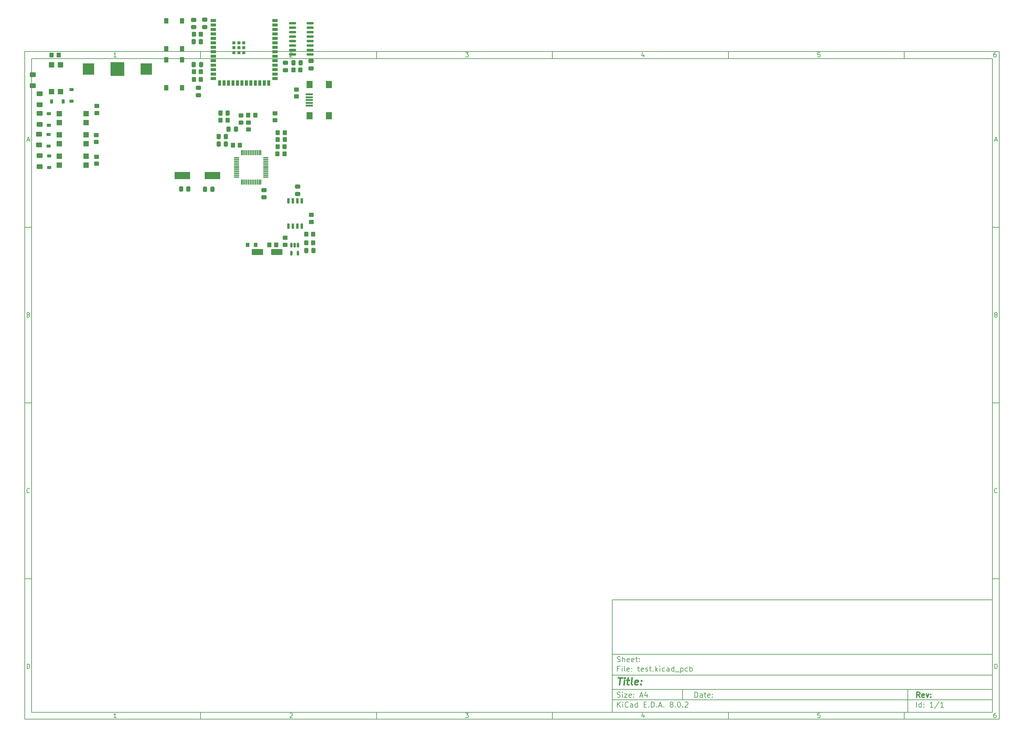
<source format=gbr>
%TF.GenerationSoftware,KiCad,Pcbnew,8.0.2-8.0.2-0~ubuntu22.04.1*%
%TF.CreationDate,2024-05-25T11:23:40+03:30*%
%TF.ProjectId,test,74657374-2e6b-4696-9361-645f70636258,rev?*%
%TF.SameCoordinates,Original*%
%TF.FileFunction,Paste,Top*%
%TF.FilePolarity,Positive*%
%FSLAX46Y46*%
G04 Gerber Fmt 4.6, Leading zero omitted, Abs format (unit mm)*
G04 Created by KiCad (PCBNEW 8.0.2-8.0.2-0~ubuntu22.04.1) date 2024-05-25 11:23:40*
%MOMM*%
%LPD*%
G01*
G04 APERTURE LIST*
G04 Aperture macros list*
%AMRoundRect*
0 Rectangle with rounded corners*
0 $1 Rounding radius*
0 $2 $3 $4 $5 $6 $7 $8 $9 X,Y pos of 4 corners*
0 Add a 4 corners polygon primitive as box body*
4,1,4,$2,$3,$4,$5,$6,$7,$8,$9,$2,$3,0*
0 Add four circle primitives for the rounded corners*
1,1,$1+$1,$2,$3*
1,1,$1+$1,$4,$5*
1,1,$1+$1,$6,$7*
1,1,$1+$1,$8,$9*
0 Add four rect primitives between the rounded corners*
20,1,$1+$1,$2,$3,$4,$5,0*
20,1,$1+$1,$4,$5,$6,$7,0*
20,1,$1+$1,$6,$7,$8,$9,0*
20,1,$1+$1,$8,$9,$2,$3,0*%
G04 Aperture macros list end*
%ADD10C,0.100000*%
%ADD11C,0.150000*%
%ADD12C,0.300000*%
%ADD13C,0.400000*%
%ADD14R,0.900000X0.900000*%
%ADD15R,1.500000X0.900000*%
%ADD16R,0.900000X1.500000*%
%ADD17RoundRect,0.150000X0.150000X-0.650000X0.150000X0.650000X-0.150000X0.650000X-0.150000X-0.650000X0*%
%ADD18RoundRect,0.250000X0.337500X0.475000X-0.337500X0.475000X-0.337500X-0.475000X0.337500X-0.475000X0*%
%ADD19RoundRect,0.250000X0.350000X0.450000X-0.350000X0.450000X-0.350000X-0.450000X0.350000X-0.450000X0*%
%ADD20RoundRect,0.250000X-0.275000X-0.350000X0.275000X-0.350000X0.275000X0.350000X-0.275000X0.350000X0*%
%ADD21RoundRect,0.250000X0.450000X-0.350000X0.450000X0.350000X-0.450000X0.350000X-0.450000X-0.350000X0*%
%ADD22R,3.200000X3.200000*%
%ADD23R,3.900000X3.900000*%
%ADD24R,1.300000X1.550000*%
%ADD25RoundRect,0.250000X-0.450000X0.350000X-0.450000X-0.350000X0.450000X-0.350000X0.450000X0.350000X0*%
%ADD26RoundRect,0.250000X-0.475000X0.337500X-0.475000X-0.337500X0.475000X-0.337500X0.475000X0.337500X0*%
%ADD27RoundRect,0.250000X-0.350000X-0.450000X0.350000X-0.450000X0.350000X0.450000X-0.350000X0.450000X0*%
%ADD28R,4.500000X2.000000*%
%ADD29R,1.600000X1.600000*%
%ADD30RoundRect,0.250000X0.475000X-0.337500X0.475000X0.337500X-0.475000X0.337500X-0.475000X-0.337500X0*%
%ADD31RoundRect,0.225000X-0.375000X0.225000X-0.375000X-0.225000X0.375000X-0.225000X0.375000X0.225000X0*%
%ADD32R,2.000000X0.500000*%
%ADD33R,1.700000X2.000000*%
%ADD34RoundRect,0.150000X0.825000X0.150000X-0.825000X0.150000X-0.825000X-0.150000X0.825000X-0.150000X0*%
%ADD35RoundRect,0.250000X0.625000X-0.400000X0.625000X0.400000X-0.625000X0.400000X-0.625000X-0.400000X0*%
%ADD36RoundRect,0.250000X1.400000X0.600000X-1.400000X0.600000X-1.400000X-0.600000X1.400000X-0.600000X0*%
%ADD37RoundRect,0.225000X-0.225000X-0.375000X0.225000X-0.375000X0.225000X0.375000X-0.225000X0.375000X0*%
%ADD38RoundRect,0.250000X-0.337500X-0.475000X0.337500X-0.475000X0.337500X0.475000X-0.337500X0.475000X0*%
%ADD39RoundRect,0.250000X-0.450000X0.325000X-0.450000X-0.325000X0.450000X-0.325000X0.450000X0.325000X0*%
%ADD40RoundRect,0.250000X-0.625000X0.400000X-0.625000X-0.400000X0.625000X-0.400000X0.625000X0.400000X0*%
%ADD41RoundRect,0.075000X-0.662500X-0.075000X0.662500X-0.075000X0.662500X0.075000X-0.662500X0.075000X0*%
%ADD42RoundRect,0.075000X-0.075000X-0.662500X0.075000X-0.662500X0.075000X0.662500X-0.075000X0.662500X0*%
%ADD43RoundRect,0.150000X-0.150000X0.512500X-0.150000X-0.512500X0.150000X-0.512500X0.150000X0.512500X0*%
G04 APERTURE END LIST*
D10*
D11*
X177002200Y-166007200D02*
X285002200Y-166007200D01*
X285002200Y-198007200D01*
X177002200Y-198007200D01*
X177002200Y-166007200D01*
D10*
D11*
X10000000Y-10000000D02*
X287002200Y-10000000D01*
X287002200Y-200007200D01*
X10000000Y-200007200D01*
X10000000Y-10000000D01*
D10*
D11*
X12000000Y-12000000D02*
X285002200Y-12000000D01*
X285002200Y-198007200D01*
X12000000Y-198007200D01*
X12000000Y-12000000D01*
D10*
D11*
X60000000Y-12000000D02*
X60000000Y-10000000D01*
D10*
D11*
X110000000Y-12000000D02*
X110000000Y-10000000D01*
D10*
D11*
X160000000Y-12000000D02*
X160000000Y-10000000D01*
D10*
D11*
X210000000Y-12000000D02*
X210000000Y-10000000D01*
D10*
D11*
X260000000Y-12000000D02*
X260000000Y-10000000D01*
D10*
D11*
X36089160Y-11593604D02*
X35346303Y-11593604D01*
X35717731Y-11593604D02*
X35717731Y-10293604D01*
X35717731Y-10293604D02*
X35593922Y-10479319D01*
X35593922Y-10479319D02*
X35470112Y-10603128D01*
X35470112Y-10603128D02*
X35346303Y-10665033D01*
D10*
D11*
X85346303Y-10417414D02*
X85408207Y-10355509D01*
X85408207Y-10355509D02*
X85532017Y-10293604D01*
X85532017Y-10293604D02*
X85841541Y-10293604D01*
X85841541Y-10293604D02*
X85965350Y-10355509D01*
X85965350Y-10355509D02*
X86027255Y-10417414D01*
X86027255Y-10417414D02*
X86089160Y-10541223D01*
X86089160Y-10541223D02*
X86089160Y-10665033D01*
X86089160Y-10665033D02*
X86027255Y-10850747D01*
X86027255Y-10850747D02*
X85284398Y-11593604D01*
X85284398Y-11593604D02*
X86089160Y-11593604D01*
D10*
D11*
X135284398Y-10293604D02*
X136089160Y-10293604D01*
X136089160Y-10293604D02*
X135655826Y-10788842D01*
X135655826Y-10788842D02*
X135841541Y-10788842D01*
X135841541Y-10788842D02*
X135965350Y-10850747D01*
X135965350Y-10850747D02*
X136027255Y-10912652D01*
X136027255Y-10912652D02*
X136089160Y-11036461D01*
X136089160Y-11036461D02*
X136089160Y-11345985D01*
X136089160Y-11345985D02*
X136027255Y-11469795D01*
X136027255Y-11469795D02*
X135965350Y-11531700D01*
X135965350Y-11531700D02*
X135841541Y-11593604D01*
X135841541Y-11593604D02*
X135470112Y-11593604D01*
X135470112Y-11593604D02*
X135346303Y-11531700D01*
X135346303Y-11531700D02*
X135284398Y-11469795D01*
D10*
D11*
X185965350Y-10726938D02*
X185965350Y-11593604D01*
X185655826Y-10231700D02*
X185346303Y-11160271D01*
X185346303Y-11160271D02*
X186151064Y-11160271D01*
D10*
D11*
X236027255Y-10293604D02*
X235408207Y-10293604D01*
X235408207Y-10293604D02*
X235346303Y-10912652D01*
X235346303Y-10912652D02*
X235408207Y-10850747D01*
X235408207Y-10850747D02*
X235532017Y-10788842D01*
X235532017Y-10788842D02*
X235841541Y-10788842D01*
X235841541Y-10788842D02*
X235965350Y-10850747D01*
X235965350Y-10850747D02*
X236027255Y-10912652D01*
X236027255Y-10912652D02*
X236089160Y-11036461D01*
X236089160Y-11036461D02*
X236089160Y-11345985D01*
X236089160Y-11345985D02*
X236027255Y-11469795D01*
X236027255Y-11469795D02*
X235965350Y-11531700D01*
X235965350Y-11531700D02*
X235841541Y-11593604D01*
X235841541Y-11593604D02*
X235532017Y-11593604D01*
X235532017Y-11593604D02*
X235408207Y-11531700D01*
X235408207Y-11531700D02*
X235346303Y-11469795D01*
D10*
D11*
X285965350Y-10293604D02*
X285717731Y-10293604D01*
X285717731Y-10293604D02*
X285593922Y-10355509D01*
X285593922Y-10355509D02*
X285532017Y-10417414D01*
X285532017Y-10417414D02*
X285408207Y-10603128D01*
X285408207Y-10603128D02*
X285346303Y-10850747D01*
X285346303Y-10850747D02*
X285346303Y-11345985D01*
X285346303Y-11345985D02*
X285408207Y-11469795D01*
X285408207Y-11469795D02*
X285470112Y-11531700D01*
X285470112Y-11531700D02*
X285593922Y-11593604D01*
X285593922Y-11593604D02*
X285841541Y-11593604D01*
X285841541Y-11593604D02*
X285965350Y-11531700D01*
X285965350Y-11531700D02*
X286027255Y-11469795D01*
X286027255Y-11469795D02*
X286089160Y-11345985D01*
X286089160Y-11345985D02*
X286089160Y-11036461D01*
X286089160Y-11036461D02*
X286027255Y-10912652D01*
X286027255Y-10912652D02*
X285965350Y-10850747D01*
X285965350Y-10850747D02*
X285841541Y-10788842D01*
X285841541Y-10788842D02*
X285593922Y-10788842D01*
X285593922Y-10788842D02*
X285470112Y-10850747D01*
X285470112Y-10850747D02*
X285408207Y-10912652D01*
X285408207Y-10912652D02*
X285346303Y-11036461D01*
D10*
D11*
X60000000Y-198007200D02*
X60000000Y-200007200D01*
D10*
D11*
X110000000Y-198007200D02*
X110000000Y-200007200D01*
D10*
D11*
X160000000Y-198007200D02*
X160000000Y-200007200D01*
D10*
D11*
X210000000Y-198007200D02*
X210000000Y-200007200D01*
D10*
D11*
X260000000Y-198007200D02*
X260000000Y-200007200D01*
D10*
D11*
X36089160Y-199600804D02*
X35346303Y-199600804D01*
X35717731Y-199600804D02*
X35717731Y-198300804D01*
X35717731Y-198300804D02*
X35593922Y-198486519D01*
X35593922Y-198486519D02*
X35470112Y-198610328D01*
X35470112Y-198610328D02*
X35346303Y-198672233D01*
D10*
D11*
X85346303Y-198424614D02*
X85408207Y-198362709D01*
X85408207Y-198362709D02*
X85532017Y-198300804D01*
X85532017Y-198300804D02*
X85841541Y-198300804D01*
X85841541Y-198300804D02*
X85965350Y-198362709D01*
X85965350Y-198362709D02*
X86027255Y-198424614D01*
X86027255Y-198424614D02*
X86089160Y-198548423D01*
X86089160Y-198548423D02*
X86089160Y-198672233D01*
X86089160Y-198672233D02*
X86027255Y-198857947D01*
X86027255Y-198857947D02*
X85284398Y-199600804D01*
X85284398Y-199600804D02*
X86089160Y-199600804D01*
D10*
D11*
X135284398Y-198300804D02*
X136089160Y-198300804D01*
X136089160Y-198300804D02*
X135655826Y-198796042D01*
X135655826Y-198796042D02*
X135841541Y-198796042D01*
X135841541Y-198796042D02*
X135965350Y-198857947D01*
X135965350Y-198857947D02*
X136027255Y-198919852D01*
X136027255Y-198919852D02*
X136089160Y-199043661D01*
X136089160Y-199043661D02*
X136089160Y-199353185D01*
X136089160Y-199353185D02*
X136027255Y-199476995D01*
X136027255Y-199476995D02*
X135965350Y-199538900D01*
X135965350Y-199538900D02*
X135841541Y-199600804D01*
X135841541Y-199600804D02*
X135470112Y-199600804D01*
X135470112Y-199600804D02*
X135346303Y-199538900D01*
X135346303Y-199538900D02*
X135284398Y-199476995D01*
D10*
D11*
X185965350Y-198734138D02*
X185965350Y-199600804D01*
X185655826Y-198238900D02*
X185346303Y-199167471D01*
X185346303Y-199167471D02*
X186151064Y-199167471D01*
D10*
D11*
X236027255Y-198300804D02*
X235408207Y-198300804D01*
X235408207Y-198300804D02*
X235346303Y-198919852D01*
X235346303Y-198919852D02*
X235408207Y-198857947D01*
X235408207Y-198857947D02*
X235532017Y-198796042D01*
X235532017Y-198796042D02*
X235841541Y-198796042D01*
X235841541Y-198796042D02*
X235965350Y-198857947D01*
X235965350Y-198857947D02*
X236027255Y-198919852D01*
X236027255Y-198919852D02*
X236089160Y-199043661D01*
X236089160Y-199043661D02*
X236089160Y-199353185D01*
X236089160Y-199353185D02*
X236027255Y-199476995D01*
X236027255Y-199476995D02*
X235965350Y-199538900D01*
X235965350Y-199538900D02*
X235841541Y-199600804D01*
X235841541Y-199600804D02*
X235532017Y-199600804D01*
X235532017Y-199600804D02*
X235408207Y-199538900D01*
X235408207Y-199538900D02*
X235346303Y-199476995D01*
D10*
D11*
X285965350Y-198300804D02*
X285717731Y-198300804D01*
X285717731Y-198300804D02*
X285593922Y-198362709D01*
X285593922Y-198362709D02*
X285532017Y-198424614D01*
X285532017Y-198424614D02*
X285408207Y-198610328D01*
X285408207Y-198610328D02*
X285346303Y-198857947D01*
X285346303Y-198857947D02*
X285346303Y-199353185D01*
X285346303Y-199353185D02*
X285408207Y-199476995D01*
X285408207Y-199476995D02*
X285470112Y-199538900D01*
X285470112Y-199538900D02*
X285593922Y-199600804D01*
X285593922Y-199600804D02*
X285841541Y-199600804D01*
X285841541Y-199600804D02*
X285965350Y-199538900D01*
X285965350Y-199538900D02*
X286027255Y-199476995D01*
X286027255Y-199476995D02*
X286089160Y-199353185D01*
X286089160Y-199353185D02*
X286089160Y-199043661D01*
X286089160Y-199043661D02*
X286027255Y-198919852D01*
X286027255Y-198919852D02*
X285965350Y-198857947D01*
X285965350Y-198857947D02*
X285841541Y-198796042D01*
X285841541Y-198796042D02*
X285593922Y-198796042D01*
X285593922Y-198796042D02*
X285470112Y-198857947D01*
X285470112Y-198857947D02*
X285408207Y-198919852D01*
X285408207Y-198919852D02*
X285346303Y-199043661D01*
D10*
D11*
X10000000Y-60000000D02*
X12000000Y-60000000D01*
D10*
D11*
X10000000Y-110000000D02*
X12000000Y-110000000D01*
D10*
D11*
X10000000Y-160000000D02*
X12000000Y-160000000D01*
D10*
D11*
X10690476Y-35222176D02*
X11309523Y-35222176D01*
X10566666Y-35593604D02*
X10999999Y-34293604D01*
X10999999Y-34293604D02*
X11433333Y-35593604D01*
D10*
D11*
X11092857Y-84912652D02*
X11278571Y-84974557D01*
X11278571Y-84974557D02*
X11340476Y-85036461D01*
X11340476Y-85036461D02*
X11402380Y-85160271D01*
X11402380Y-85160271D02*
X11402380Y-85345985D01*
X11402380Y-85345985D02*
X11340476Y-85469795D01*
X11340476Y-85469795D02*
X11278571Y-85531700D01*
X11278571Y-85531700D02*
X11154761Y-85593604D01*
X11154761Y-85593604D02*
X10659523Y-85593604D01*
X10659523Y-85593604D02*
X10659523Y-84293604D01*
X10659523Y-84293604D02*
X11092857Y-84293604D01*
X11092857Y-84293604D02*
X11216666Y-84355509D01*
X11216666Y-84355509D02*
X11278571Y-84417414D01*
X11278571Y-84417414D02*
X11340476Y-84541223D01*
X11340476Y-84541223D02*
X11340476Y-84665033D01*
X11340476Y-84665033D02*
X11278571Y-84788842D01*
X11278571Y-84788842D02*
X11216666Y-84850747D01*
X11216666Y-84850747D02*
X11092857Y-84912652D01*
X11092857Y-84912652D02*
X10659523Y-84912652D01*
D10*
D11*
X11402380Y-135469795D02*
X11340476Y-135531700D01*
X11340476Y-135531700D02*
X11154761Y-135593604D01*
X11154761Y-135593604D02*
X11030952Y-135593604D01*
X11030952Y-135593604D02*
X10845238Y-135531700D01*
X10845238Y-135531700D02*
X10721428Y-135407890D01*
X10721428Y-135407890D02*
X10659523Y-135284080D01*
X10659523Y-135284080D02*
X10597619Y-135036461D01*
X10597619Y-135036461D02*
X10597619Y-134850747D01*
X10597619Y-134850747D02*
X10659523Y-134603128D01*
X10659523Y-134603128D02*
X10721428Y-134479319D01*
X10721428Y-134479319D02*
X10845238Y-134355509D01*
X10845238Y-134355509D02*
X11030952Y-134293604D01*
X11030952Y-134293604D02*
X11154761Y-134293604D01*
X11154761Y-134293604D02*
X11340476Y-134355509D01*
X11340476Y-134355509D02*
X11402380Y-134417414D01*
D10*
D11*
X10659523Y-185593604D02*
X10659523Y-184293604D01*
X10659523Y-184293604D02*
X10969047Y-184293604D01*
X10969047Y-184293604D02*
X11154761Y-184355509D01*
X11154761Y-184355509D02*
X11278571Y-184479319D01*
X11278571Y-184479319D02*
X11340476Y-184603128D01*
X11340476Y-184603128D02*
X11402380Y-184850747D01*
X11402380Y-184850747D02*
X11402380Y-185036461D01*
X11402380Y-185036461D02*
X11340476Y-185284080D01*
X11340476Y-185284080D02*
X11278571Y-185407890D01*
X11278571Y-185407890D02*
X11154761Y-185531700D01*
X11154761Y-185531700D02*
X10969047Y-185593604D01*
X10969047Y-185593604D02*
X10659523Y-185593604D01*
D10*
D11*
X287002200Y-60000000D02*
X285002200Y-60000000D01*
D10*
D11*
X287002200Y-110000000D02*
X285002200Y-110000000D01*
D10*
D11*
X287002200Y-160000000D02*
X285002200Y-160000000D01*
D10*
D11*
X285692676Y-35222176D02*
X286311723Y-35222176D01*
X285568866Y-35593604D02*
X286002199Y-34293604D01*
X286002199Y-34293604D02*
X286435533Y-35593604D01*
D10*
D11*
X286095057Y-84912652D02*
X286280771Y-84974557D01*
X286280771Y-84974557D02*
X286342676Y-85036461D01*
X286342676Y-85036461D02*
X286404580Y-85160271D01*
X286404580Y-85160271D02*
X286404580Y-85345985D01*
X286404580Y-85345985D02*
X286342676Y-85469795D01*
X286342676Y-85469795D02*
X286280771Y-85531700D01*
X286280771Y-85531700D02*
X286156961Y-85593604D01*
X286156961Y-85593604D02*
X285661723Y-85593604D01*
X285661723Y-85593604D02*
X285661723Y-84293604D01*
X285661723Y-84293604D02*
X286095057Y-84293604D01*
X286095057Y-84293604D02*
X286218866Y-84355509D01*
X286218866Y-84355509D02*
X286280771Y-84417414D01*
X286280771Y-84417414D02*
X286342676Y-84541223D01*
X286342676Y-84541223D02*
X286342676Y-84665033D01*
X286342676Y-84665033D02*
X286280771Y-84788842D01*
X286280771Y-84788842D02*
X286218866Y-84850747D01*
X286218866Y-84850747D02*
X286095057Y-84912652D01*
X286095057Y-84912652D02*
X285661723Y-84912652D01*
D10*
D11*
X286404580Y-135469795D02*
X286342676Y-135531700D01*
X286342676Y-135531700D02*
X286156961Y-135593604D01*
X286156961Y-135593604D02*
X286033152Y-135593604D01*
X286033152Y-135593604D02*
X285847438Y-135531700D01*
X285847438Y-135531700D02*
X285723628Y-135407890D01*
X285723628Y-135407890D02*
X285661723Y-135284080D01*
X285661723Y-135284080D02*
X285599819Y-135036461D01*
X285599819Y-135036461D02*
X285599819Y-134850747D01*
X285599819Y-134850747D02*
X285661723Y-134603128D01*
X285661723Y-134603128D02*
X285723628Y-134479319D01*
X285723628Y-134479319D02*
X285847438Y-134355509D01*
X285847438Y-134355509D02*
X286033152Y-134293604D01*
X286033152Y-134293604D02*
X286156961Y-134293604D01*
X286156961Y-134293604D02*
X286342676Y-134355509D01*
X286342676Y-134355509D02*
X286404580Y-134417414D01*
D10*
D11*
X285661723Y-185593604D02*
X285661723Y-184293604D01*
X285661723Y-184293604D02*
X285971247Y-184293604D01*
X285971247Y-184293604D02*
X286156961Y-184355509D01*
X286156961Y-184355509D02*
X286280771Y-184479319D01*
X286280771Y-184479319D02*
X286342676Y-184603128D01*
X286342676Y-184603128D02*
X286404580Y-184850747D01*
X286404580Y-184850747D02*
X286404580Y-185036461D01*
X286404580Y-185036461D02*
X286342676Y-185284080D01*
X286342676Y-185284080D02*
X286280771Y-185407890D01*
X286280771Y-185407890D02*
X286156961Y-185531700D01*
X286156961Y-185531700D02*
X285971247Y-185593604D01*
X285971247Y-185593604D02*
X285661723Y-185593604D01*
D10*
D11*
X200458026Y-193793328D02*
X200458026Y-192293328D01*
X200458026Y-192293328D02*
X200815169Y-192293328D01*
X200815169Y-192293328D02*
X201029455Y-192364757D01*
X201029455Y-192364757D02*
X201172312Y-192507614D01*
X201172312Y-192507614D02*
X201243741Y-192650471D01*
X201243741Y-192650471D02*
X201315169Y-192936185D01*
X201315169Y-192936185D02*
X201315169Y-193150471D01*
X201315169Y-193150471D02*
X201243741Y-193436185D01*
X201243741Y-193436185D02*
X201172312Y-193579042D01*
X201172312Y-193579042D02*
X201029455Y-193721900D01*
X201029455Y-193721900D02*
X200815169Y-193793328D01*
X200815169Y-193793328D02*
X200458026Y-193793328D01*
X202600884Y-193793328D02*
X202600884Y-193007614D01*
X202600884Y-193007614D02*
X202529455Y-192864757D01*
X202529455Y-192864757D02*
X202386598Y-192793328D01*
X202386598Y-192793328D02*
X202100884Y-192793328D01*
X202100884Y-192793328D02*
X201958026Y-192864757D01*
X202600884Y-193721900D02*
X202458026Y-193793328D01*
X202458026Y-193793328D02*
X202100884Y-193793328D01*
X202100884Y-193793328D02*
X201958026Y-193721900D01*
X201958026Y-193721900D02*
X201886598Y-193579042D01*
X201886598Y-193579042D02*
X201886598Y-193436185D01*
X201886598Y-193436185D02*
X201958026Y-193293328D01*
X201958026Y-193293328D02*
X202100884Y-193221900D01*
X202100884Y-193221900D02*
X202458026Y-193221900D01*
X202458026Y-193221900D02*
X202600884Y-193150471D01*
X203100884Y-192793328D02*
X203672312Y-192793328D01*
X203315169Y-192293328D02*
X203315169Y-193579042D01*
X203315169Y-193579042D02*
X203386598Y-193721900D01*
X203386598Y-193721900D02*
X203529455Y-193793328D01*
X203529455Y-193793328D02*
X203672312Y-193793328D01*
X204743741Y-193721900D02*
X204600884Y-193793328D01*
X204600884Y-193793328D02*
X204315170Y-193793328D01*
X204315170Y-193793328D02*
X204172312Y-193721900D01*
X204172312Y-193721900D02*
X204100884Y-193579042D01*
X204100884Y-193579042D02*
X204100884Y-193007614D01*
X204100884Y-193007614D02*
X204172312Y-192864757D01*
X204172312Y-192864757D02*
X204315170Y-192793328D01*
X204315170Y-192793328D02*
X204600884Y-192793328D01*
X204600884Y-192793328D02*
X204743741Y-192864757D01*
X204743741Y-192864757D02*
X204815170Y-193007614D01*
X204815170Y-193007614D02*
X204815170Y-193150471D01*
X204815170Y-193150471D02*
X204100884Y-193293328D01*
X205458026Y-193650471D02*
X205529455Y-193721900D01*
X205529455Y-193721900D02*
X205458026Y-193793328D01*
X205458026Y-193793328D02*
X205386598Y-193721900D01*
X205386598Y-193721900D02*
X205458026Y-193650471D01*
X205458026Y-193650471D02*
X205458026Y-193793328D01*
X205458026Y-192864757D02*
X205529455Y-192936185D01*
X205529455Y-192936185D02*
X205458026Y-193007614D01*
X205458026Y-193007614D02*
X205386598Y-192936185D01*
X205386598Y-192936185D02*
X205458026Y-192864757D01*
X205458026Y-192864757D02*
X205458026Y-193007614D01*
D10*
D11*
X177002200Y-194507200D02*
X285002200Y-194507200D01*
D10*
D11*
X178458026Y-196593328D02*
X178458026Y-195093328D01*
X179315169Y-196593328D02*
X178672312Y-195736185D01*
X179315169Y-195093328D02*
X178458026Y-195950471D01*
X179958026Y-196593328D02*
X179958026Y-195593328D01*
X179958026Y-195093328D02*
X179886598Y-195164757D01*
X179886598Y-195164757D02*
X179958026Y-195236185D01*
X179958026Y-195236185D02*
X180029455Y-195164757D01*
X180029455Y-195164757D02*
X179958026Y-195093328D01*
X179958026Y-195093328D02*
X179958026Y-195236185D01*
X181529455Y-196450471D02*
X181458027Y-196521900D01*
X181458027Y-196521900D02*
X181243741Y-196593328D01*
X181243741Y-196593328D02*
X181100884Y-196593328D01*
X181100884Y-196593328D02*
X180886598Y-196521900D01*
X180886598Y-196521900D02*
X180743741Y-196379042D01*
X180743741Y-196379042D02*
X180672312Y-196236185D01*
X180672312Y-196236185D02*
X180600884Y-195950471D01*
X180600884Y-195950471D02*
X180600884Y-195736185D01*
X180600884Y-195736185D02*
X180672312Y-195450471D01*
X180672312Y-195450471D02*
X180743741Y-195307614D01*
X180743741Y-195307614D02*
X180886598Y-195164757D01*
X180886598Y-195164757D02*
X181100884Y-195093328D01*
X181100884Y-195093328D02*
X181243741Y-195093328D01*
X181243741Y-195093328D02*
X181458027Y-195164757D01*
X181458027Y-195164757D02*
X181529455Y-195236185D01*
X182815170Y-196593328D02*
X182815170Y-195807614D01*
X182815170Y-195807614D02*
X182743741Y-195664757D01*
X182743741Y-195664757D02*
X182600884Y-195593328D01*
X182600884Y-195593328D02*
X182315170Y-195593328D01*
X182315170Y-195593328D02*
X182172312Y-195664757D01*
X182815170Y-196521900D02*
X182672312Y-196593328D01*
X182672312Y-196593328D02*
X182315170Y-196593328D01*
X182315170Y-196593328D02*
X182172312Y-196521900D01*
X182172312Y-196521900D02*
X182100884Y-196379042D01*
X182100884Y-196379042D02*
X182100884Y-196236185D01*
X182100884Y-196236185D02*
X182172312Y-196093328D01*
X182172312Y-196093328D02*
X182315170Y-196021900D01*
X182315170Y-196021900D02*
X182672312Y-196021900D01*
X182672312Y-196021900D02*
X182815170Y-195950471D01*
X184172313Y-196593328D02*
X184172313Y-195093328D01*
X184172313Y-196521900D02*
X184029455Y-196593328D01*
X184029455Y-196593328D02*
X183743741Y-196593328D01*
X183743741Y-196593328D02*
X183600884Y-196521900D01*
X183600884Y-196521900D02*
X183529455Y-196450471D01*
X183529455Y-196450471D02*
X183458027Y-196307614D01*
X183458027Y-196307614D02*
X183458027Y-195879042D01*
X183458027Y-195879042D02*
X183529455Y-195736185D01*
X183529455Y-195736185D02*
X183600884Y-195664757D01*
X183600884Y-195664757D02*
X183743741Y-195593328D01*
X183743741Y-195593328D02*
X184029455Y-195593328D01*
X184029455Y-195593328D02*
X184172313Y-195664757D01*
X186029455Y-195807614D02*
X186529455Y-195807614D01*
X186743741Y-196593328D02*
X186029455Y-196593328D01*
X186029455Y-196593328D02*
X186029455Y-195093328D01*
X186029455Y-195093328D02*
X186743741Y-195093328D01*
X187386598Y-196450471D02*
X187458027Y-196521900D01*
X187458027Y-196521900D02*
X187386598Y-196593328D01*
X187386598Y-196593328D02*
X187315170Y-196521900D01*
X187315170Y-196521900D02*
X187386598Y-196450471D01*
X187386598Y-196450471D02*
X187386598Y-196593328D01*
X188100884Y-196593328D02*
X188100884Y-195093328D01*
X188100884Y-195093328D02*
X188458027Y-195093328D01*
X188458027Y-195093328D02*
X188672313Y-195164757D01*
X188672313Y-195164757D02*
X188815170Y-195307614D01*
X188815170Y-195307614D02*
X188886599Y-195450471D01*
X188886599Y-195450471D02*
X188958027Y-195736185D01*
X188958027Y-195736185D02*
X188958027Y-195950471D01*
X188958027Y-195950471D02*
X188886599Y-196236185D01*
X188886599Y-196236185D02*
X188815170Y-196379042D01*
X188815170Y-196379042D02*
X188672313Y-196521900D01*
X188672313Y-196521900D02*
X188458027Y-196593328D01*
X188458027Y-196593328D02*
X188100884Y-196593328D01*
X189600884Y-196450471D02*
X189672313Y-196521900D01*
X189672313Y-196521900D02*
X189600884Y-196593328D01*
X189600884Y-196593328D02*
X189529456Y-196521900D01*
X189529456Y-196521900D02*
X189600884Y-196450471D01*
X189600884Y-196450471D02*
X189600884Y-196593328D01*
X190243742Y-196164757D02*
X190958028Y-196164757D01*
X190100885Y-196593328D02*
X190600885Y-195093328D01*
X190600885Y-195093328D02*
X191100885Y-196593328D01*
X191600884Y-196450471D02*
X191672313Y-196521900D01*
X191672313Y-196521900D02*
X191600884Y-196593328D01*
X191600884Y-196593328D02*
X191529456Y-196521900D01*
X191529456Y-196521900D02*
X191600884Y-196450471D01*
X191600884Y-196450471D02*
X191600884Y-196593328D01*
X193672313Y-195736185D02*
X193529456Y-195664757D01*
X193529456Y-195664757D02*
X193458027Y-195593328D01*
X193458027Y-195593328D02*
X193386599Y-195450471D01*
X193386599Y-195450471D02*
X193386599Y-195379042D01*
X193386599Y-195379042D02*
X193458027Y-195236185D01*
X193458027Y-195236185D02*
X193529456Y-195164757D01*
X193529456Y-195164757D02*
X193672313Y-195093328D01*
X193672313Y-195093328D02*
X193958027Y-195093328D01*
X193958027Y-195093328D02*
X194100885Y-195164757D01*
X194100885Y-195164757D02*
X194172313Y-195236185D01*
X194172313Y-195236185D02*
X194243742Y-195379042D01*
X194243742Y-195379042D02*
X194243742Y-195450471D01*
X194243742Y-195450471D02*
X194172313Y-195593328D01*
X194172313Y-195593328D02*
X194100885Y-195664757D01*
X194100885Y-195664757D02*
X193958027Y-195736185D01*
X193958027Y-195736185D02*
X193672313Y-195736185D01*
X193672313Y-195736185D02*
X193529456Y-195807614D01*
X193529456Y-195807614D02*
X193458027Y-195879042D01*
X193458027Y-195879042D02*
X193386599Y-196021900D01*
X193386599Y-196021900D02*
X193386599Y-196307614D01*
X193386599Y-196307614D02*
X193458027Y-196450471D01*
X193458027Y-196450471D02*
X193529456Y-196521900D01*
X193529456Y-196521900D02*
X193672313Y-196593328D01*
X193672313Y-196593328D02*
X193958027Y-196593328D01*
X193958027Y-196593328D02*
X194100885Y-196521900D01*
X194100885Y-196521900D02*
X194172313Y-196450471D01*
X194172313Y-196450471D02*
X194243742Y-196307614D01*
X194243742Y-196307614D02*
X194243742Y-196021900D01*
X194243742Y-196021900D02*
X194172313Y-195879042D01*
X194172313Y-195879042D02*
X194100885Y-195807614D01*
X194100885Y-195807614D02*
X193958027Y-195736185D01*
X194886598Y-196450471D02*
X194958027Y-196521900D01*
X194958027Y-196521900D02*
X194886598Y-196593328D01*
X194886598Y-196593328D02*
X194815170Y-196521900D01*
X194815170Y-196521900D02*
X194886598Y-196450471D01*
X194886598Y-196450471D02*
X194886598Y-196593328D01*
X195886599Y-195093328D02*
X196029456Y-195093328D01*
X196029456Y-195093328D02*
X196172313Y-195164757D01*
X196172313Y-195164757D02*
X196243742Y-195236185D01*
X196243742Y-195236185D02*
X196315170Y-195379042D01*
X196315170Y-195379042D02*
X196386599Y-195664757D01*
X196386599Y-195664757D02*
X196386599Y-196021900D01*
X196386599Y-196021900D02*
X196315170Y-196307614D01*
X196315170Y-196307614D02*
X196243742Y-196450471D01*
X196243742Y-196450471D02*
X196172313Y-196521900D01*
X196172313Y-196521900D02*
X196029456Y-196593328D01*
X196029456Y-196593328D02*
X195886599Y-196593328D01*
X195886599Y-196593328D02*
X195743742Y-196521900D01*
X195743742Y-196521900D02*
X195672313Y-196450471D01*
X195672313Y-196450471D02*
X195600884Y-196307614D01*
X195600884Y-196307614D02*
X195529456Y-196021900D01*
X195529456Y-196021900D02*
X195529456Y-195664757D01*
X195529456Y-195664757D02*
X195600884Y-195379042D01*
X195600884Y-195379042D02*
X195672313Y-195236185D01*
X195672313Y-195236185D02*
X195743742Y-195164757D01*
X195743742Y-195164757D02*
X195886599Y-195093328D01*
X197029455Y-196450471D02*
X197100884Y-196521900D01*
X197100884Y-196521900D02*
X197029455Y-196593328D01*
X197029455Y-196593328D02*
X196958027Y-196521900D01*
X196958027Y-196521900D02*
X197029455Y-196450471D01*
X197029455Y-196450471D02*
X197029455Y-196593328D01*
X197672313Y-195236185D02*
X197743741Y-195164757D01*
X197743741Y-195164757D02*
X197886599Y-195093328D01*
X197886599Y-195093328D02*
X198243741Y-195093328D01*
X198243741Y-195093328D02*
X198386599Y-195164757D01*
X198386599Y-195164757D02*
X198458027Y-195236185D01*
X198458027Y-195236185D02*
X198529456Y-195379042D01*
X198529456Y-195379042D02*
X198529456Y-195521900D01*
X198529456Y-195521900D02*
X198458027Y-195736185D01*
X198458027Y-195736185D02*
X197600884Y-196593328D01*
X197600884Y-196593328D02*
X198529456Y-196593328D01*
D10*
D11*
X177002200Y-191507200D02*
X285002200Y-191507200D01*
D10*
D12*
X264413853Y-193785528D02*
X263913853Y-193071242D01*
X263556710Y-193785528D02*
X263556710Y-192285528D01*
X263556710Y-192285528D02*
X264128139Y-192285528D01*
X264128139Y-192285528D02*
X264270996Y-192356957D01*
X264270996Y-192356957D02*
X264342425Y-192428385D01*
X264342425Y-192428385D02*
X264413853Y-192571242D01*
X264413853Y-192571242D02*
X264413853Y-192785528D01*
X264413853Y-192785528D02*
X264342425Y-192928385D01*
X264342425Y-192928385D02*
X264270996Y-192999814D01*
X264270996Y-192999814D02*
X264128139Y-193071242D01*
X264128139Y-193071242D02*
X263556710Y-193071242D01*
X265628139Y-193714100D02*
X265485282Y-193785528D01*
X265485282Y-193785528D02*
X265199568Y-193785528D01*
X265199568Y-193785528D02*
X265056710Y-193714100D01*
X265056710Y-193714100D02*
X264985282Y-193571242D01*
X264985282Y-193571242D02*
X264985282Y-192999814D01*
X264985282Y-192999814D02*
X265056710Y-192856957D01*
X265056710Y-192856957D02*
X265199568Y-192785528D01*
X265199568Y-192785528D02*
X265485282Y-192785528D01*
X265485282Y-192785528D02*
X265628139Y-192856957D01*
X265628139Y-192856957D02*
X265699568Y-192999814D01*
X265699568Y-192999814D02*
X265699568Y-193142671D01*
X265699568Y-193142671D02*
X264985282Y-193285528D01*
X266199567Y-192785528D02*
X266556710Y-193785528D01*
X266556710Y-193785528D02*
X266913853Y-192785528D01*
X267485281Y-193642671D02*
X267556710Y-193714100D01*
X267556710Y-193714100D02*
X267485281Y-193785528D01*
X267485281Y-193785528D02*
X267413853Y-193714100D01*
X267413853Y-193714100D02*
X267485281Y-193642671D01*
X267485281Y-193642671D02*
X267485281Y-193785528D01*
X267485281Y-192856957D02*
X267556710Y-192928385D01*
X267556710Y-192928385D02*
X267485281Y-192999814D01*
X267485281Y-192999814D02*
X267413853Y-192928385D01*
X267413853Y-192928385D02*
X267485281Y-192856957D01*
X267485281Y-192856957D02*
X267485281Y-192999814D01*
D10*
D11*
X178386598Y-193721900D02*
X178600884Y-193793328D01*
X178600884Y-193793328D02*
X178958026Y-193793328D01*
X178958026Y-193793328D02*
X179100884Y-193721900D01*
X179100884Y-193721900D02*
X179172312Y-193650471D01*
X179172312Y-193650471D02*
X179243741Y-193507614D01*
X179243741Y-193507614D02*
X179243741Y-193364757D01*
X179243741Y-193364757D02*
X179172312Y-193221900D01*
X179172312Y-193221900D02*
X179100884Y-193150471D01*
X179100884Y-193150471D02*
X178958026Y-193079042D01*
X178958026Y-193079042D02*
X178672312Y-193007614D01*
X178672312Y-193007614D02*
X178529455Y-192936185D01*
X178529455Y-192936185D02*
X178458026Y-192864757D01*
X178458026Y-192864757D02*
X178386598Y-192721900D01*
X178386598Y-192721900D02*
X178386598Y-192579042D01*
X178386598Y-192579042D02*
X178458026Y-192436185D01*
X178458026Y-192436185D02*
X178529455Y-192364757D01*
X178529455Y-192364757D02*
X178672312Y-192293328D01*
X178672312Y-192293328D02*
X179029455Y-192293328D01*
X179029455Y-192293328D02*
X179243741Y-192364757D01*
X179886597Y-193793328D02*
X179886597Y-192793328D01*
X179886597Y-192293328D02*
X179815169Y-192364757D01*
X179815169Y-192364757D02*
X179886597Y-192436185D01*
X179886597Y-192436185D02*
X179958026Y-192364757D01*
X179958026Y-192364757D02*
X179886597Y-192293328D01*
X179886597Y-192293328D02*
X179886597Y-192436185D01*
X180458026Y-192793328D02*
X181243741Y-192793328D01*
X181243741Y-192793328D02*
X180458026Y-193793328D01*
X180458026Y-193793328D02*
X181243741Y-193793328D01*
X182386598Y-193721900D02*
X182243741Y-193793328D01*
X182243741Y-193793328D02*
X181958027Y-193793328D01*
X181958027Y-193793328D02*
X181815169Y-193721900D01*
X181815169Y-193721900D02*
X181743741Y-193579042D01*
X181743741Y-193579042D02*
X181743741Y-193007614D01*
X181743741Y-193007614D02*
X181815169Y-192864757D01*
X181815169Y-192864757D02*
X181958027Y-192793328D01*
X181958027Y-192793328D02*
X182243741Y-192793328D01*
X182243741Y-192793328D02*
X182386598Y-192864757D01*
X182386598Y-192864757D02*
X182458027Y-193007614D01*
X182458027Y-193007614D02*
X182458027Y-193150471D01*
X182458027Y-193150471D02*
X181743741Y-193293328D01*
X183100883Y-193650471D02*
X183172312Y-193721900D01*
X183172312Y-193721900D02*
X183100883Y-193793328D01*
X183100883Y-193793328D02*
X183029455Y-193721900D01*
X183029455Y-193721900D02*
X183100883Y-193650471D01*
X183100883Y-193650471D02*
X183100883Y-193793328D01*
X183100883Y-192864757D02*
X183172312Y-192936185D01*
X183172312Y-192936185D02*
X183100883Y-193007614D01*
X183100883Y-193007614D02*
X183029455Y-192936185D01*
X183029455Y-192936185D02*
X183100883Y-192864757D01*
X183100883Y-192864757D02*
X183100883Y-193007614D01*
X184886598Y-193364757D02*
X185600884Y-193364757D01*
X184743741Y-193793328D02*
X185243741Y-192293328D01*
X185243741Y-192293328D02*
X185743741Y-193793328D01*
X186886598Y-192793328D02*
X186886598Y-193793328D01*
X186529455Y-192221900D02*
X186172312Y-193293328D01*
X186172312Y-193293328D02*
X187100883Y-193293328D01*
D10*
D11*
X263458026Y-196593328D02*
X263458026Y-195093328D01*
X264815170Y-196593328D02*
X264815170Y-195093328D01*
X264815170Y-196521900D02*
X264672312Y-196593328D01*
X264672312Y-196593328D02*
X264386598Y-196593328D01*
X264386598Y-196593328D02*
X264243741Y-196521900D01*
X264243741Y-196521900D02*
X264172312Y-196450471D01*
X264172312Y-196450471D02*
X264100884Y-196307614D01*
X264100884Y-196307614D02*
X264100884Y-195879042D01*
X264100884Y-195879042D02*
X264172312Y-195736185D01*
X264172312Y-195736185D02*
X264243741Y-195664757D01*
X264243741Y-195664757D02*
X264386598Y-195593328D01*
X264386598Y-195593328D02*
X264672312Y-195593328D01*
X264672312Y-195593328D02*
X264815170Y-195664757D01*
X265529455Y-196450471D02*
X265600884Y-196521900D01*
X265600884Y-196521900D02*
X265529455Y-196593328D01*
X265529455Y-196593328D02*
X265458027Y-196521900D01*
X265458027Y-196521900D02*
X265529455Y-196450471D01*
X265529455Y-196450471D02*
X265529455Y-196593328D01*
X265529455Y-195664757D02*
X265600884Y-195736185D01*
X265600884Y-195736185D02*
X265529455Y-195807614D01*
X265529455Y-195807614D02*
X265458027Y-195736185D01*
X265458027Y-195736185D02*
X265529455Y-195664757D01*
X265529455Y-195664757D02*
X265529455Y-195807614D01*
X268172313Y-196593328D02*
X267315170Y-196593328D01*
X267743741Y-196593328D02*
X267743741Y-195093328D01*
X267743741Y-195093328D02*
X267600884Y-195307614D01*
X267600884Y-195307614D02*
X267458027Y-195450471D01*
X267458027Y-195450471D02*
X267315170Y-195521900D01*
X269886598Y-195021900D02*
X268600884Y-196950471D01*
X271172313Y-196593328D02*
X270315170Y-196593328D01*
X270743741Y-196593328D02*
X270743741Y-195093328D01*
X270743741Y-195093328D02*
X270600884Y-195307614D01*
X270600884Y-195307614D02*
X270458027Y-195450471D01*
X270458027Y-195450471D02*
X270315170Y-195521900D01*
D10*
D11*
X177002200Y-187507200D02*
X285002200Y-187507200D01*
D10*
D13*
X178693928Y-188211638D02*
X179836785Y-188211638D01*
X179015357Y-190211638D02*
X179265357Y-188211638D01*
X180253452Y-190211638D02*
X180420119Y-188878304D01*
X180503452Y-188211638D02*
X180396309Y-188306876D01*
X180396309Y-188306876D02*
X180479643Y-188402114D01*
X180479643Y-188402114D02*
X180586786Y-188306876D01*
X180586786Y-188306876D02*
X180503452Y-188211638D01*
X180503452Y-188211638D02*
X180479643Y-188402114D01*
X181086786Y-188878304D02*
X181848690Y-188878304D01*
X181455833Y-188211638D02*
X181241548Y-189925923D01*
X181241548Y-189925923D02*
X181312976Y-190116400D01*
X181312976Y-190116400D02*
X181491548Y-190211638D01*
X181491548Y-190211638D02*
X181682024Y-190211638D01*
X182634405Y-190211638D02*
X182455833Y-190116400D01*
X182455833Y-190116400D02*
X182384405Y-189925923D01*
X182384405Y-189925923D02*
X182598690Y-188211638D01*
X184170119Y-190116400D02*
X183967738Y-190211638D01*
X183967738Y-190211638D02*
X183586785Y-190211638D01*
X183586785Y-190211638D02*
X183408214Y-190116400D01*
X183408214Y-190116400D02*
X183336785Y-189925923D01*
X183336785Y-189925923D02*
X183432024Y-189164019D01*
X183432024Y-189164019D02*
X183551071Y-188973542D01*
X183551071Y-188973542D02*
X183753452Y-188878304D01*
X183753452Y-188878304D02*
X184134404Y-188878304D01*
X184134404Y-188878304D02*
X184312976Y-188973542D01*
X184312976Y-188973542D02*
X184384404Y-189164019D01*
X184384404Y-189164019D02*
X184360595Y-189354495D01*
X184360595Y-189354495D02*
X183384404Y-189544971D01*
X185134405Y-190021161D02*
X185217738Y-190116400D01*
X185217738Y-190116400D02*
X185110595Y-190211638D01*
X185110595Y-190211638D02*
X185027262Y-190116400D01*
X185027262Y-190116400D02*
X185134405Y-190021161D01*
X185134405Y-190021161D02*
X185110595Y-190211638D01*
X185265357Y-188973542D02*
X185348690Y-189068780D01*
X185348690Y-189068780D02*
X185241548Y-189164019D01*
X185241548Y-189164019D02*
X185158214Y-189068780D01*
X185158214Y-189068780D02*
X185265357Y-188973542D01*
X185265357Y-188973542D02*
X185241548Y-189164019D01*
D10*
D11*
X178958026Y-185607614D02*
X178458026Y-185607614D01*
X178458026Y-186393328D02*
X178458026Y-184893328D01*
X178458026Y-184893328D02*
X179172312Y-184893328D01*
X179743740Y-186393328D02*
X179743740Y-185393328D01*
X179743740Y-184893328D02*
X179672312Y-184964757D01*
X179672312Y-184964757D02*
X179743740Y-185036185D01*
X179743740Y-185036185D02*
X179815169Y-184964757D01*
X179815169Y-184964757D02*
X179743740Y-184893328D01*
X179743740Y-184893328D02*
X179743740Y-185036185D01*
X180672312Y-186393328D02*
X180529455Y-186321900D01*
X180529455Y-186321900D02*
X180458026Y-186179042D01*
X180458026Y-186179042D02*
X180458026Y-184893328D01*
X181815169Y-186321900D02*
X181672312Y-186393328D01*
X181672312Y-186393328D02*
X181386598Y-186393328D01*
X181386598Y-186393328D02*
X181243740Y-186321900D01*
X181243740Y-186321900D02*
X181172312Y-186179042D01*
X181172312Y-186179042D02*
X181172312Y-185607614D01*
X181172312Y-185607614D02*
X181243740Y-185464757D01*
X181243740Y-185464757D02*
X181386598Y-185393328D01*
X181386598Y-185393328D02*
X181672312Y-185393328D01*
X181672312Y-185393328D02*
X181815169Y-185464757D01*
X181815169Y-185464757D02*
X181886598Y-185607614D01*
X181886598Y-185607614D02*
X181886598Y-185750471D01*
X181886598Y-185750471D02*
X181172312Y-185893328D01*
X182529454Y-186250471D02*
X182600883Y-186321900D01*
X182600883Y-186321900D02*
X182529454Y-186393328D01*
X182529454Y-186393328D02*
X182458026Y-186321900D01*
X182458026Y-186321900D02*
X182529454Y-186250471D01*
X182529454Y-186250471D02*
X182529454Y-186393328D01*
X182529454Y-185464757D02*
X182600883Y-185536185D01*
X182600883Y-185536185D02*
X182529454Y-185607614D01*
X182529454Y-185607614D02*
X182458026Y-185536185D01*
X182458026Y-185536185D02*
X182529454Y-185464757D01*
X182529454Y-185464757D02*
X182529454Y-185607614D01*
X184172312Y-185393328D02*
X184743740Y-185393328D01*
X184386597Y-184893328D02*
X184386597Y-186179042D01*
X184386597Y-186179042D02*
X184458026Y-186321900D01*
X184458026Y-186321900D02*
X184600883Y-186393328D01*
X184600883Y-186393328D02*
X184743740Y-186393328D01*
X185815169Y-186321900D02*
X185672312Y-186393328D01*
X185672312Y-186393328D02*
X185386598Y-186393328D01*
X185386598Y-186393328D02*
X185243740Y-186321900D01*
X185243740Y-186321900D02*
X185172312Y-186179042D01*
X185172312Y-186179042D02*
X185172312Y-185607614D01*
X185172312Y-185607614D02*
X185243740Y-185464757D01*
X185243740Y-185464757D02*
X185386598Y-185393328D01*
X185386598Y-185393328D02*
X185672312Y-185393328D01*
X185672312Y-185393328D02*
X185815169Y-185464757D01*
X185815169Y-185464757D02*
X185886598Y-185607614D01*
X185886598Y-185607614D02*
X185886598Y-185750471D01*
X185886598Y-185750471D02*
X185172312Y-185893328D01*
X186458026Y-186321900D02*
X186600883Y-186393328D01*
X186600883Y-186393328D02*
X186886597Y-186393328D01*
X186886597Y-186393328D02*
X187029454Y-186321900D01*
X187029454Y-186321900D02*
X187100883Y-186179042D01*
X187100883Y-186179042D02*
X187100883Y-186107614D01*
X187100883Y-186107614D02*
X187029454Y-185964757D01*
X187029454Y-185964757D02*
X186886597Y-185893328D01*
X186886597Y-185893328D02*
X186672312Y-185893328D01*
X186672312Y-185893328D02*
X186529454Y-185821900D01*
X186529454Y-185821900D02*
X186458026Y-185679042D01*
X186458026Y-185679042D02*
X186458026Y-185607614D01*
X186458026Y-185607614D02*
X186529454Y-185464757D01*
X186529454Y-185464757D02*
X186672312Y-185393328D01*
X186672312Y-185393328D02*
X186886597Y-185393328D01*
X186886597Y-185393328D02*
X187029454Y-185464757D01*
X187529455Y-185393328D02*
X188100883Y-185393328D01*
X187743740Y-184893328D02*
X187743740Y-186179042D01*
X187743740Y-186179042D02*
X187815169Y-186321900D01*
X187815169Y-186321900D02*
X187958026Y-186393328D01*
X187958026Y-186393328D02*
X188100883Y-186393328D01*
X188600883Y-186250471D02*
X188672312Y-186321900D01*
X188672312Y-186321900D02*
X188600883Y-186393328D01*
X188600883Y-186393328D02*
X188529455Y-186321900D01*
X188529455Y-186321900D02*
X188600883Y-186250471D01*
X188600883Y-186250471D02*
X188600883Y-186393328D01*
X189315169Y-186393328D02*
X189315169Y-184893328D01*
X189458027Y-185821900D02*
X189886598Y-186393328D01*
X189886598Y-185393328D02*
X189315169Y-185964757D01*
X190529455Y-186393328D02*
X190529455Y-185393328D01*
X190529455Y-184893328D02*
X190458027Y-184964757D01*
X190458027Y-184964757D02*
X190529455Y-185036185D01*
X190529455Y-185036185D02*
X190600884Y-184964757D01*
X190600884Y-184964757D02*
X190529455Y-184893328D01*
X190529455Y-184893328D02*
X190529455Y-185036185D01*
X191886599Y-186321900D02*
X191743741Y-186393328D01*
X191743741Y-186393328D02*
X191458027Y-186393328D01*
X191458027Y-186393328D02*
X191315170Y-186321900D01*
X191315170Y-186321900D02*
X191243741Y-186250471D01*
X191243741Y-186250471D02*
X191172313Y-186107614D01*
X191172313Y-186107614D02*
X191172313Y-185679042D01*
X191172313Y-185679042D02*
X191243741Y-185536185D01*
X191243741Y-185536185D02*
X191315170Y-185464757D01*
X191315170Y-185464757D02*
X191458027Y-185393328D01*
X191458027Y-185393328D02*
X191743741Y-185393328D01*
X191743741Y-185393328D02*
X191886599Y-185464757D01*
X193172313Y-186393328D02*
X193172313Y-185607614D01*
X193172313Y-185607614D02*
X193100884Y-185464757D01*
X193100884Y-185464757D02*
X192958027Y-185393328D01*
X192958027Y-185393328D02*
X192672313Y-185393328D01*
X192672313Y-185393328D02*
X192529455Y-185464757D01*
X193172313Y-186321900D02*
X193029455Y-186393328D01*
X193029455Y-186393328D02*
X192672313Y-186393328D01*
X192672313Y-186393328D02*
X192529455Y-186321900D01*
X192529455Y-186321900D02*
X192458027Y-186179042D01*
X192458027Y-186179042D02*
X192458027Y-186036185D01*
X192458027Y-186036185D02*
X192529455Y-185893328D01*
X192529455Y-185893328D02*
X192672313Y-185821900D01*
X192672313Y-185821900D02*
X193029455Y-185821900D01*
X193029455Y-185821900D02*
X193172313Y-185750471D01*
X194529456Y-186393328D02*
X194529456Y-184893328D01*
X194529456Y-186321900D02*
X194386598Y-186393328D01*
X194386598Y-186393328D02*
X194100884Y-186393328D01*
X194100884Y-186393328D02*
X193958027Y-186321900D01*
X193958027Y-186321900D02*
X193886598Y-186250471D01*
X193886598Y-186250471D02*
X193815170Y-186107614D01*
X193815170Y-186107614D02*
X193815170Y-185679042D01*
X193815170Y-185679042D02*
X193886598Y-185536185D01*
X193886598Y-185536185D02*
X193958027Y-185464757D01*
X193958027Y-185464757D02*
X194100884Y-185393328D01*
X194100884Y-185393328D02*
X194386598Y-185393328D01*
X194386598Y-185393328D02*
X194529456Y-185464757D01*
X194886599Y-186536185D02*
X196029456Y-186536185D01*
X196386598Y-185393328D02*
X196386598Y-186893328D01*
X196386598Y-185464757D02*
X196529456Y-185393328D01*
X196529456Y-185393328D02*
X196815170Y-185393328D01*
X196815170Y-185393328D02*
X196958027Y-185464757D01*
X196958027Y-185464757D02*
X197029456Y-185536185D01*
X197029456Y-185536185D02*
X197100884Y-185679042D01*
X197100884Y-185679042D02*
X197100884Y-186107614D01*
X197100884Y-186107614D02*
X197029456Y-186250471D01*
X197029456Y-186250471D02*
X196958027Y-186321900D01*
X196958027Y-186321900D02*
X196815170Y-186393328D01*
X196815170Y-186393328D02*
X196529456Y-186393328D01*
X196529456Y-186393328D02*
X196386598Y-186321900D01*
X198386599Y-186321900D02*
X198243741Y-186393328D01*
X198243741Y-186393328D02*
X197958027Y-186393328D01*
X197958027Y-186393328D02*
X197815170Y-186321900D01*
X197815170Y-186321900D02*
X197743741Y-186250471D01*
X197743741Y-186250471D02*
X197672313Y-186107614D01*
X197672313Y-186107614D02*
X197672313Y-185679042D01*
X197672313Y-185679042D02*
X197743741Y-185536185D01*
X197743741Y-185536185D02*
X197815170Y-185464757D01*
X197815170Y-185464757D02*
X197958027Y-185393328D01*
X197958027Y-185393328D02*
X198243741Y-185393328D01*
X198243741Y-185393328D02*
X198386599Y-185464757D01*
X199029455Y-186393328D02*
X199029455Y-184893328D01*
X199029455Y-185464757D02*
X199172313Y-185393328D01*
X199172313Y-185393328D02*
X199458027Y-185393328D01*
X199458027Y-185393328D02*
X199600884Y-185464757D01*
X199600884Y-185464757D02*
X199672313Y-185536185D01*
X199672313Y-185536185D02*
X199743741Y-185679042D01*
X199743741Y-185679042D02*
X199743741Y-186107614D01*
X199743741Y-186107614D02*
X199672313Y-186250471D01*
X199672313Y-186250471D02*
X199600884Y-186321900D01*
X199600884Y-186321900D02*
X199458027Y-186393328D01*
X199458027Y-186393328D02*
X199172313Y-186393328D01*
X199172313Y-186393328D02*
X199029455Y-186321900D01*
D10*
D11*
X177002200Y-181507200D02*
X285002200Y-181507200D01*
D10*
D11*
X178386598Y-183621900D02*
X178600884Y-183693328D01*
X178600884Y-183693328D02*
X178958026Y-183693328D01*
X178958026Y-183693328D02*
X179100884Y-183621900D01*
X179100884Y-183621900D02*
X179172312Y-183550471D01*
X179172312Y-183550471D02*
X179243741Y-183407614D01*
X179243741Y-183407614D02*
X179243741Y-183264757D01*
X179243741Y-183264757D02*
X179172312Y-183121900D01*
X179172312Y-183121900D02*
X179100884Y-183050471D01*
X179100884Y-183050471D02*
X178958026Y-182979042D01*
X178958026Y-182979042D02*
X178672312Y-182907614D01*
X178672312Y-182907614D02*
X178529455Y-182836185D01*
X178529455Y-182836185D02*
X178458026Y-182764757D01*
X178458026Y-182764757D02*
X178386598Y-182621900D01*
X178386598Y-182621900D02*
X178386598Y-182479042D01*
X178386598Y-182479042D02*
X178458026Y-182336185D01*
X178458026Y-182336185D02*
X178529455Y-182264757D01*
X178529455Y-182264757D02*
X178672312Y-182193328D01*
X178672312Y-182193328D02*
X179029455Y-182193328D01*
X179029455Y-182193328D02*
X179243741Y-182264757D01*
X179886597Y-183693328D02*
X179886597Y-182193328D01*
X180529455Y-183693328D02*
X180529455Y-182907614D01*
X180529455Y-182907614D02*
X180458026Y-182764757D01*
X180458026Y-182764757D02*
X180315169Y-182693328D01*
X180315169Y-182693328D02*
X180100883Y-182693328D01*
X180100883Y-182693328D02*
X179958026Y-182764757D01*
X179958026Y-182764757D02*
X179886597Y-182836185D01*
X181815169Y-183621900D02*
X181672312Y-183693328D01*
X181672312Y-183693328D02*
X181386598Y-183693328D01*
X181386598Y-183693328D02*
X181243740Y-183621900D01*
X181243740Y-183621900D02*
X181172312Y-183479042D01*
X181172312Y-183479042D02*
X181172312Y-182907614D01*
X181172312Y-182907614D02*
X181243740Y-182764757D01*
X181243740Y-182764757D02*
X181386598Y-182693328D01*
X181386598Y-182693328D02*
X181672312Y-182693328D01*
X181672312Y-182693328D02*
X181815169Y-182764757D01*
X181815169Y-182764757D02*
X181886598Y-182907614D01*
X181886598Y-182907614D02*
X181886598Y-183050471D01*
X181886598Y-183050471D02*
X181172312Y-183193328D01*
X183100883Y-183621900D02*
X182958026Y-183693328D01*
X182958026Y-183693328D02*
X182672312Y-183693328D01*
X182672312Y-183693328D02*
X182529454Y-183621900D01*
X182529454Y-183621900D02*
X182458026Y-183479042D01*
X182458026Y-183479042D02*
X182458026Y-182907614D01*
X182458026Y-182907614D02*
X182529454Y-182764757D01*
X182529454Y-182764757D02*
X182672312Y-182693328D01*
X182672312Y-182693328D02*
X182958026Y-182693328D01*
X182958026Y-182693328D02*
X183100883Y-182764757D01*
X183100883Y-182764757D02*
X183172312Y-182907614D01*
X183172312Y-182907614D02*
X183172312Y-183050471D01*
X183172312Y-183050471D02*
X182458026Y-183193328D01*
X183600883Y-182693328D02*
X184172311Y-182693328D01*
X183815168Y-182193328D02*
X183815168Y-183479042D01*
X183815168Y-183479042D02*
X183886597Y-183621900D01*
X183886597Y-183621900D02*
X184029454Y-183693328D01*
X184029454Y-183693328D02*
X184172311Y-183693328D01*
X184672311Y-183550471D02*
X184743740Y-183621900D01*
X184743740Y-183621900D02*
X184672311Y-183693328D01*
X184672311Y-183693328D02*
X184600883Y-183621900D01*
X184600883Y-183621900D02*
X184672311Y-183550471D01*
X184672311Y-183550471D02*
X184672311Y-183693328D01*
X184672311Y-182764757D02*
X184743740Y-182836185D01*
X184743740Y-182836185D02*
X184672311Y-182907614D01*
X184672311Y-182907614D02*
X184600883Y-182836185D01*
X184600883Y-182836185D02*
X184672311Y-182764757D01*
X184672311Y-182764757D02*
X184672311Y-182907614D01*
D10*
D11*
X197002200Y-191507200D02*
X197002200Y-194507200D01*
D10*
D11*
X261002200Y-191507200D02*
X261002200Y-198007200D01*
D14*
%TO.C,U1*%
X69460000Y-7530000D03*
X69460000Y-8930000D03*
X69460000Y-10330000D03*
X70860000Y-7530000D03*
X70860000Y-8930000D03*
X70860000Y-10330000D03*
X72260000Y-7530000D03*
X72260000Y-8930000D03*
X72260000Y-10330000D03*
D15*
X63610000Y-1210000D03*
X63610000Y-2480000D03*
X63610000Y-3750000D03*
X63610000Y-5020000D03*
X63610000Y-6290000D03*
X63610000Y-7560000D03*
X63610000Y-8830000D03*
X63610000Y-10100000D03*
X63610000Y-11370000D03*
X63610000Y-12640000D03*
X63610000Y-13910000D03*
X63610000Y-15180000D03*
X63610000Y-16450000D03*
X63610000Y-17720000D03*
D16*
X65375000Y-18970000D03*
X66645000Y-18970000D03*
X67915000Y-18970000D03*
X69185000Y-18970000D03*
X70455000Y-18970000D03*
X71725000Y-18970000D03*
X72995000Y-18970000D03*
X74265000Y-18970000D03*
X75535000Y-18970000D03*
X76805000Y-18970000D03*
X78075000Y-18970000D03*
X79345000Y-18970000D03*
D15*
X81110000Y-17720000D03*
X81110000Y-16450000D03*
X81110000Y-15180000D03*
X81110000Y-13910000D03*
X81110000Y-12640000D03*
X81110000Y-11370000D03*
X81110000Y-10100000D03*
X81110000Y-8830000D03*
X81110000Y-7560000D03*
X81110000Y-6290000D03*
X81110000Y-5020000D03*
X81110000Y-3750000D03*
X81110000Y-2480000D03*
X81110000Y-1210000D03*
%TD*%
D17*
%TO.C,flash1*%
X84995000Y-59740000D03*
X86265000Y-59740000D03*
X87535000Y-59740000D03*
X88805000Y-59740000D03*
X88805000Y-52540000D03*
X87535000Y-52540000D03*
X86265000Y-52540000D03*
X84995000Y-52540000D03*
%TD*%
D18*
%TO.C,clse2*%
X67187500Y-36340000D03*
X65112500Y-36340000D03*
%TD*%
D19*
%TO.C,rms2*%
X83900000Y-33100000D03*
X81900000Y-33100000D03*
%TD*%
D20*
%TO.C,L1*%
X73350000Y-65000000D03*
X75650000Y-65000000D03*
%TD*%
D21*
%TO.C,r8*%
X30500000Y-27500000D03*
X30500000Y-25500000D03*
%TD*%
D22*
%TO.C,BAT1*%
X28140000Y-14970000D03*
X44540000Y-14970000D03*
D23*
X36340000Y-14970000D03*
%TD*%
D19*
%TO.C,rres1*%
X67690000Y-29590000D03*
X65690000Y-29590000D03*
%TD*%
D24*
%TO.C,SWB1*%
X50250000Y-20295000D03*
X50250000Y-12345000D03*
X54750000Y-20295000D03*
X54750000Y-12345000D03*
%TD*%
D19*
%TO.C,ra1*%
X92000000Y-64480000D03*
X90000000Y-64480000D03*
%TD*%
%TO.C,jadc1*%
X81500000Y-65000000D03*
X79500000Y-65000000D03*
%TD*%
D25*
%TO.C,r16*%
X30415000Y-39965000D03*
X30415000Y-41965000D03*
%TD*%
D26*
%TO.C,cf1*%
X87550000Y-48482500D03*
X87550000Y-50557500D03*
%TD*%
D27*
%TO.C,r14*%
X17652500Y-11005000D03*
X19652500Y-11005000D03*
%TD*%
D25*
%TO.C,rboot1*%
X73620000Y-30210000D03*
X73620000Y-32210000D03*
%TD*%
D28*
%TO.C,hse1*%
X63330000Y-45280000D03*
X54830000Y-45280000D03*
%TD*%
D29*
%TO.C,in6*%
X17642500Y-21435000D03*
X20182500Y-21435000D03*
X20182500Y-13815000D03*
X17642500Y-13815000D03*
%TD*%
D25*
%TO.C,i2c2*%
X81110000Y-27580000D03*
X81110000Y-29580000D03*
%TD*%
D19*
%TO.C,ebp1*%
X88350000Y-15270000D03*
X86350000Y-15270000D03*
%TD*%
D25*
%TO.C,rf2*%
X91500000Y-56500000D03*
X91500000Y-58500000D03*
%TD*%
D30*
%TO.C,cch2*%
X91380000Y-14787500D03*
X91380000Y-12712500D03*
%TD*%
D31*
%TO.C,di4*%
X16885000Y-27692500D03*
X16885000Y-30992500D03*
%TD*%
D26*
%TO.C,cu1*%
X59400000Y-20332500D03*
X59400000Y-22407500D03*
%TD*%
D18*
%TO.C,cr1*%
X60097500Y-7230000D03*
X58022500Y-7230000D03*
%TD*%
D32*
%TO.C,espprg*%
X90895000Y-25410000D03*
X90895000Y-24610000D03*
X90895000Y-23810000D03*
X90895000Y-23010000D03*
X90895000Y-22210000D03*
D33*
X90995000Y-28260000D03*
X96445000Y-28260000D03*
X90995000Y-19360000D03*
X96445000Y-19360000D03*
%TD*%
D34*
%TO.C,CH340*%
X91100000Y-10830000D03*
X91100000Y-9560000D03*
X91100000Y-8290000D03*
X91100000Y-7020000D03*
X91100000Y-5750000D03*
X91100000Y-4480000D03*
X91100000Y-3210000D03*
X91100000Y-1940000D03*
X86150000Y-1940000D03*
X86150000Y-3210000D03*
X86150000Y-4480000D03*
X86150000Y-5750000D03*
X86150000Y-7020000D03*
X86150000Y-8290000D03*
X86150000Y-9560000D03*
X86150000Y-10830000D03*
%TD*%
D35*
%TO.C,r4*%
X14235000Y-30745000D03*
X14235000Y-27645000D03*
%TD*%
D36*
%TO.C,dz1*%
X81677500Y-67107831D03*
X76177500Y-67107831D03*
%TD*%
D21*
%TO.C,ra5*%
X84000000Y-65000000D03*
X84000000Y-63000000D03*
%TD*%
D27*
%TO.C,rled1*%
X69190000Y-36640000D03*
X71190000Y-36640000D03*
%TD*%
D37*
%TO.C,di6*%
X17640000Y-24220000D03*
X20940000Y-24220000D03*
%TD*%
D38*
%TO.C,cres1*%
X65632500Y-27510000D03*
X67707500Y-27510000D03*
%TD*%
D31*
%TO.C,di8*%
X16945000Y-39732500D03*
X16945000Y-43032500D03*
%TD*%
D29*
%TO.C,in3*%
X19845000Y-33695000D03*
X19845000Y-36235000D03*
X27465000Y-36235000D03*
X27465000Y-33695000D03*
%TD*%
D27*
%TO.C,rms3*%
X81860000Y-39150000D03*
X83860000Y-39150000D03*
%TD*%
D18*
%TO.C,chse2*%
X56540000Y-49100000D03*
X54465000Y-49100000D03*
%TD*%
D30*
%TO.C,ce1*%
X61120000Y-3027500D03*
X61120000Y-952500D03*
%TD*%
D39*
%TO.C,D1*%
X71480000Y-28190000D03*
X71480000Y-30240000D03*
%TD*%
D24*
%TO.C,SWE1*%
X50250000Y-9255000D03*
X50250000Y-1305000D03*
X54750000Y-9255000D03*
X54750000Y-1305000D03*
%TD*%
D40*
%TO.C,r9*%
X14260000Y-22030000D03*
X14260000Y-25130000D03*
%TD*%
D29*
%TO.C,in8*%
X19885000Y-39805000D03*
X19885000Y-42345000D03*
X27505000Y-42345000D03*
X27505000Y-39805000D03*
%TD*%
D30*
%TO.C,crp1*%
X84120000Y-15337500D03*
X84120000Y-13262500D03*
%TD*%
D18*
%TO.C,cb1*%
X70017500Y-32060000D03*
X67942500Y-32060000D03*
%TD*%
D25*
%TO.C,ebp3*%
X87220000Y-20830000D03*
X87220000Y-22830000D03*
%TD*%
D31*
%TO.C,di3*%
X16820000Y-33590000D03*
X16820000Y-36890000D03*
%TD*%
D26*
%TO.C,cm1*%
X78020000Y-49432500D03*
X78020000Y-51507500D03*
%TD*%
D25*
%TO.C,r7*%
X30375000Y-33765000D03*
X30375000Y-35765000D03*
%TD*%
D35*
%TO.C,r12*%
X14245000Y-42765000D03*
X14245000Y-39665000D03*
%TD*%
D31*
%TO.C,di5*%
X23340000Y-20880000D03*
X23340000Y-24180000D03*
%TD*%
D19*
%TO.C,rms1*%
X83900000Y-35100000D03*
X81900000Y-35100000D03*
%TD*%
D41*
%TO.C,mcu1*%
X70207500Y-40230000D03*
X70207500Y-40730000D03*
X70207500Y-41230000D03*
X70207500Y-41730000D03*
X70207500Y-42230000D03*
X70207500Y-42730000D03*
X70207500Y-43230000D03*
X70207500Y-43730000D03*
X70207500Y-44230000D03*
X70207500Y-44730000D03*
X70207500Y-45230000D03*
X70207500Y-45730000D03*
D42*
X71620000Y-47142500D03*
X72120000Y-47142500D03*
X72620000Y-47142500D03*
X73120000Y-47142500D03*
X73620000Y-47142500D03*
X74120000Y-47142500D03*
X74620000Y-47142500D03*
X75120000Y-47142500D03*
X75620000Y-47142500D03*
X76120000Y-47142500D03*
X76620000Y-47142500D03*
X77120000Y-47142500D03*
D41*
X78532500Y-45730000D03*
X78532500Y-45230000D03*
X78532500Y-44730000D03*
X78532500Y-44230000D03*
X78532500Y-43730000D03*
X78532500Y-43230000D03*
X78532500Y-42730000D03*
X78532500Y-42230000D03*
X78532500Y-41730000D03*
X78532500Y-41230000D03*
X78532500Y-40730000D03*
X78532500Y-40230000D03*
D42*
X77120000Y-38817500D03*
X76620000Y-38817500D03*
X76120000Y-38817500D03*
X75620000Y-38817500D03*
X75120000Y-38817500D03*
X74620000Y-38817500D03*
X74120000Y-38817500D03*
X73620000Y-38817500D03*
X73120000Y-38817500D03*
X72620000Y-38817500D03*
X72120000Y-38817500D03*
X71620000Y-38817500D03*
%TD*%
D18*
%TO.C,clse1*%
X67207500Y-34240000D03*
X65132500Y-34240000D03*
%TD*%
%TO.C,c4*%
X92097500Y-66620000D03*
X90022500Y-66620000D03*
%TD*%
D43*
%TO.C,U4*%
X87672500Y-65162500D03*
X86722500Y-65162500D03*
X85772500Y-65162500D03*
X85772500Y-67437500D03*
X87672500Y-67437500D03*
%TD*%
D30*
%TO.C,ce2*%
X58000000Y-3087500D03*
X58000000Y-1012500D03*
%TD*%
D29*
%TO.C,in4*%
X19875000Y-27705000D03*
X19875000Y-30245000D03*
X27495000Y-30245000D03*
X27495000Y-27705000D03*
%TD*%
D40*
%TO.C,r10*%
X12330000Y-16610000D03*
X12330000Y-19710000D03*
%TD*%
D38*
%TO.C,chse1*%
X61252500Y-49180000D03*
X63327500Y-49180000D03*
%TD*%
D27*
%TO.C,ra3*%
X90000000Y-62000000D03*
X92000000Y-62000000D03*
%TD*%
D18*
%TO.C,cu2*%
X60117500Y-13710000D03*
X58042500Y-13710000D03*
%TD*%
D27*
%TO.C,i2c1*%
X73560000Y-28160000D03*
X75560000Y-28160000D03*
%TD*%
D19*
%TO.C,ru1*%
X60090000Y-17940000D03*
X58090000Y-17940000D03*
%TD*%
D27*
%TO.C,er1*%
X58100000Y-5060000D03*
X60100000Y-5060000D03*
%TD*%
D18*
%TO.C,cch1*%
X88437500Y-13210000D03*
X86362500Y-13210000D03*
%TD*%
D35*
%TO.C,r3*%
X14125000Y-36625000D03*
X14125000Y-33525000D03*
%TD*%
D19*
%TO.C,ru2*%
X60100000Y-15770000D03*
X58100000Y-15770000D03*
%TD*%
D27*
%TO.C,rms4*%
X81880000Y-37110000D03*
X83880000Y-37110000D03*
%TD*%
M02*

</source>
